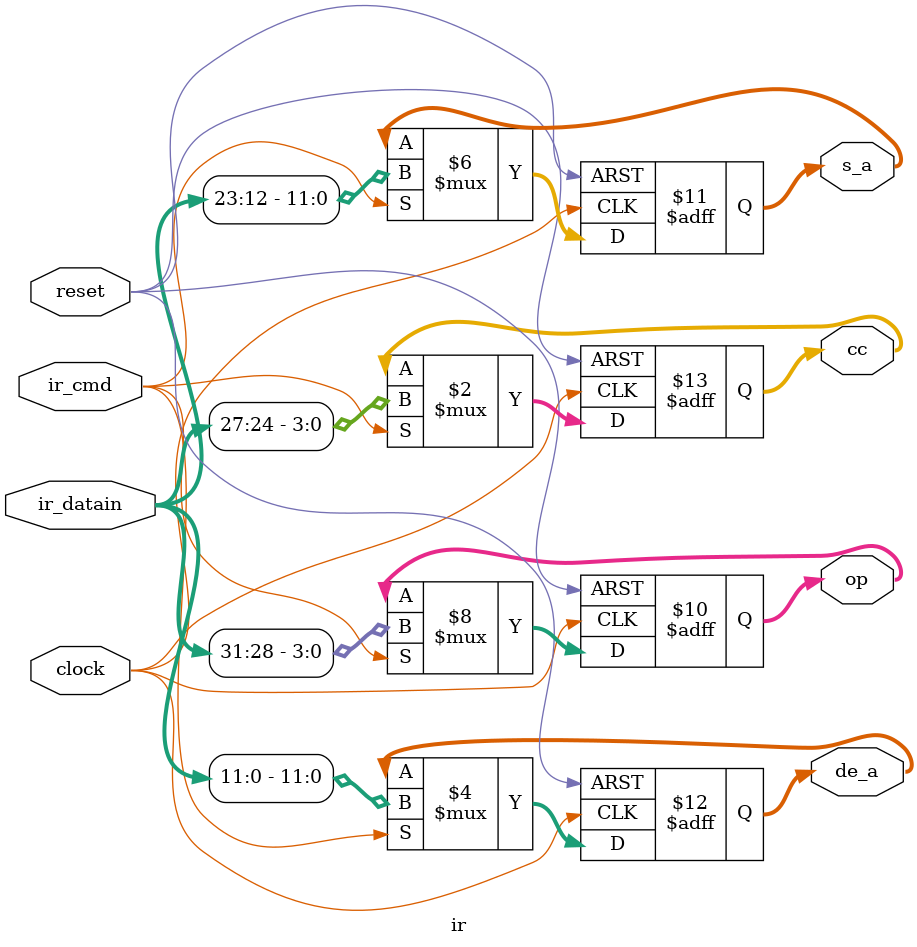
<source format=v>
module ir (clock, reset, ir_cmd, ir_datain, op, cc, s_a, de_a);

input clock,reset,ir_cmd;
input [31:0] ir_datain;
output reg [3:0] op;
output reg [11:0] s_a;
output reg [11:0] de_a;
output reg [3:0] cc;

always @(posedge clock or posedge reset) begin
	if (reset) begin
	    op <= 0;
	    cc    <= 0;
	    s_a <= 0;
	    de_a <= 0;	    			
	end
	else if (ir_cmd) begin
	    op <= ir_datain[31:28];
	    cc    <= ir_datain[27:24];
	    s_a <= ir_datain[23:12];
	    de_a <= ir_datain[11:0];				
	end
end
endmodule

</source>
